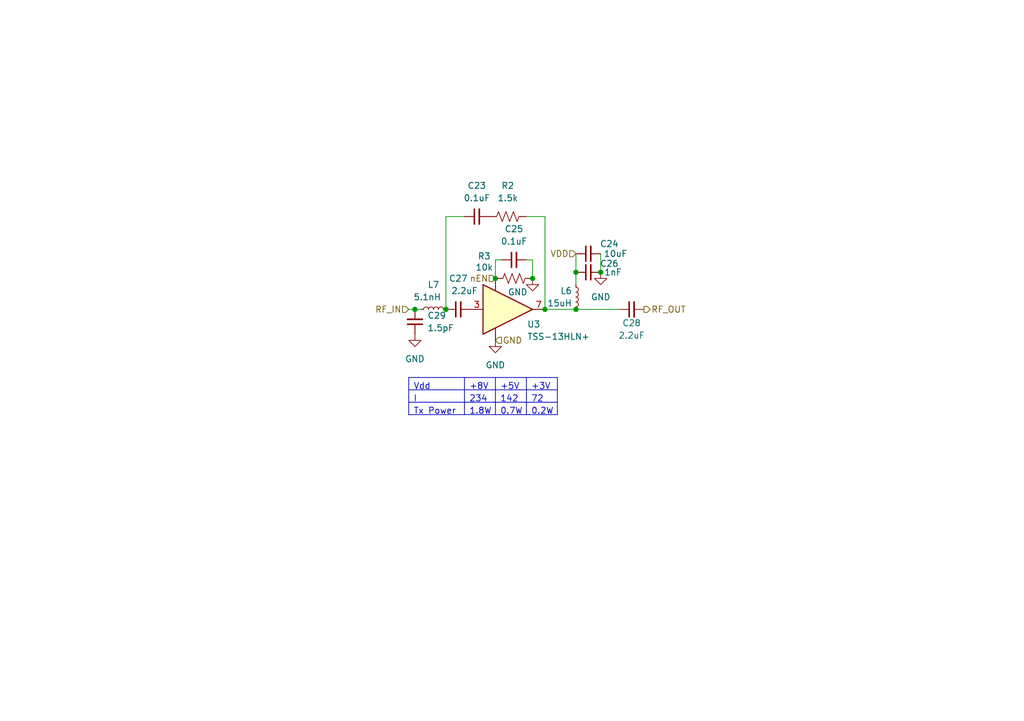
<source format=kicad_sch>
(kicad_sch (version 20250114) (generator "eeschema") (generator_version "9.0")
  (paper "A5")
  (title_block (title "Power Amplifier") (rev "A") (comment 1 "Julia Barbera") (comment 2 "50 Ohm") (comment 3 "1MHz to 1GHz") (comment 4 "IP3 +43dBm") (comment 5 "Power +28.7dBm") (comment 6 "Noise Figure 1.1dB"))
  (lib_symbols
    (symbol "Avionics_Symbols:TSS-13HLN+"
      (property "Reference" "U" (at 2.032 8.128 0))
      (property "Value" "TSS-13HLN+" (at -3.302 6.096 0))
      (symbol "TSS-13HLN+_0_0"
        (pin power_in line (at 1.27 -6.35 90) (length 2.54) (hide yes) (name "NC") (number "10"))
        (pin power_in line (at 1.27 -6.35 90) (length 2.54) (hide yes) (name "NC") (number "11"))
        (pin power_in line (at 1.27 -6.35 90) (length 2.54) (hide yes) (name "NC") (number "12"))
        (pin power_in line (at 1.27 -6.35 90) (length 2.54) (hide yes) (name "NC") (number "2"))
        (pin power_in line (at 1.27 -6.35 90) (length 2.54) (hide yes) (name "NC") (number "4"))
        (pin power_in line (at 1.27 -6.35 90) (length 2.54) (hide yes) (name "NC") (number "5"))
        (pin power_in line (at 1.27 -6.35 90) (length 2.54) (hide yes) (name "NC") (number "6"))
        (pin power_in line (at 1.27 -6.35 90) (length 2.54) (hide yes) (name "NC") (number "8"))
        (pin power_in line (at 1.27 -6.35 90) (length 2.54) (hide yes) (name "NC") (number "9"))
      )
      (symbol "TSS-13HLN+_0_1"
        (polyline (pts (xy 8.89 0) (xy -1.27 5.08) (xy -1.27 -5.08) (xy 8.89 0)) (stroke (width 0.254)) (fill (type background)))
      )
      (symbol "TSS-13HLN+_1_0"
        (pin input line (at -3.81 0 0) (length 2.54) (name "IN") (number "3"))
        (pin input line (at 1.27 6.35 270) (length 2.54) (name "VG") (number "1"))
        (pin power_in line (at 1.27 -6.35 90) (length 2.54) (name "GND") (number "PAD"))
        (pin output line (at 11.43 0 180) (length 2.54) (name "OUT") (number "7"))
      )
    )
    (symbol "Device:C_Small" (pin_numbers (hide yes)) (pin_names (offset 0.254) (hide yes))
      (property "Reference" "C" (at 0.254 1.778 0))
      (property "Value" "C_Small" (at 0.254 -2.032 0))
      (symbol "C_Small_0_1"
        (polyline (pts (xy -1.524 0.508) (xy 1.524 0.508)) (stroke (width 0.3048)))
        (polyline (pts (xy -1.524 -0.508) (xy 1.524 -0.508)) (stroke (width 0.3302)))
      )
      (symbol "C_Small_1_1"
        (pin passive line (at 0 2.54 270) (length 2.032) (name "~") (number "1"))
        (pin passive line (at 0 -2.54 90) (length 2.032) (name "~") (number "2"))
      )
    )
    (symbol "Device:L_Small" (pin_numbers (hide yes)) (pin_names (offset 0.254) (hide yes))
      (property "Reference" "L" (at 0.762 1.016 0))
      (property "Value" "L_Small" (at 0.762 -1.016 0))
      (symbol "L_Small_0_1"
        (arc (start 0 2.032) (mid 0.5058 1.524) (end 0 1.016))
        (arc (start 0 1.016) (mid 0.5058 0.508) (end 0 0))
        (arc (start 0 0) (mid 0.5058 -0.508) (end 0 -1.016))
        (arc (start 0 -1.016) (mid 0.5058 -1.524) (end 0 -2.032))
      )
      (symbol "L_Small_1_1"
        (pin passive line (at 0 2.54 270) (length 0.508) (name "~") (number "1"))
        (pin passive line (at 0 -2.54 90) (length 0.508) (name "~") (number "2"))
      )
    )
    (symbol "Device:R_US" (pin_numbers (hide yes)) (pin_names (offset 0))
      (property "Reference" "R" (at 2.54 0 90))
      (property "Value" "R_US" (at -2.54 0 90))
      (symbol "R_US_0_1"
        (polyline (pts (xy 0 2.286) (xy 0 2.54)))
        (polyline (pts (xy 0 2.286) (xy 1.016 1.905) (xy 0 1.524) (xy -1.016 1.143) (xy 0 0.762)))
        (polyline (pts (xy 0 0.762) (xy 1.016 0.381) (xy 0 0) (xy -1.016 -0.381) (xy 0 -0.762)))
        (polyline (pts (xy 0 -0.762) (xy 1.016 -1.143) (xy 0 -1.524) (xy -1.016 -1.905) (xy 0 -2.286)))
        (polyline (pts (xy 0 -2.286) (xy 0 -2.54)))
      )
      (symbol "R_US_1_1"
        (pin passive line (at 0 3.81 270) (length 1.27) (name "~") (number "1"))
        (pin passive line (at 0 -3.81 90) (length 1.27) (name "~") (number "2"))
      )
    )
    (symbol "power:GND" (power) (pin_numbers (hide yes)) (pin_names (offset 0) (hide yes))
      (property "Value" "GND" (at 0 -3.81 0))
      (symbol "GND_0_1"
        (polyline (pts (xy 0 0) (xy 0 -1.27) (xy 1.27 -1.27) (xy 0 -2.54) (xy -1.27 -1.27) (xy 0 -1.27)))
      )
      (symbol "GND_1_1"
        (pin power_in line (at 0 0 270) (length 0) (name "~") (number "1"))
      )
    )
  )
  (junction (at 85.09 63.5))
  (junction (at 111.76 63.5))
  (junction (at 91.44 63.5))
  (junction (at 101.6 57.15))
  (junction (at 118.11 55.88))
  (junction (at 123.19 55.88))
  (junction (at 118.11 63.5))
  (junction (at 109.22 57.15))
  (wire (pts (xy 91.44 44.45) (xy 91.44 63.5)))
  (wire (pts (xy 118.11 55.88) (xy 118.11 58.42)))
  (wire (pts (xy 111.76 44.45) (xy 111.76 63.5)))
  (wire (pts (xy 107.95 44.45) (xy 111.76 44.45)))
  (wire (pts (xy 83.82 63.5) (xy 85.09 63.5)))
  (wire (pts (xy 123.19 52.07) (xy 123.19 55.88)))
  (wire (pts (xy 95.25 44.45) (xy 91.44 44.45)))
  (wire (pts (xy 101.6 53.34) (xy 101.6 57.15)))
  (wire (pts (xy 118.11 63.5) (xy 111.76 63.5)))
  (wire (pts (xy 102.87 53.34) (xy 101.6 53.34)))
  (wire (pts (xy 85.09 63.5) (xy 86.36 63.5)))
  (wire (pts (xy 109.22 57.15) (xy 109.22 53.34)))
  (wire (pts (xy 109.22 53.34) (xy 107.95 53.34)))
  (wire (pts (xy 127 63.5) (xy 118.11 63.5)))
  (wire (pts (xy 118.11 52.07) (xy 118.11 55.88)))
  (table (column_count 4) (border (external yes) (header yes)) (separators (rows yes) (cols yes)) (column_widths 11.43 6.35 6.35 6.35) (row_heights 2.54 2.54 2.54) (cells (table_cell "Vdd" (at 83.82 77.47 0) (size 11.43 2.54) (margins 0.9525 0.9525 0.9525 0.9525) (span 1 1)) (table_cell "+8V" (at 95.25 77.47 0) (size 6.35 2.54) (margins 0.9525 0.9525 0.9525 0.9525) (span 1 1)) (table_cell "+5V" (at 101.6 77.47 0) (size 6.35 2.54) (margins 0.9525 0.9525 0.9525 0.9525) (span 1 1)) (table_cell "+3V" (at 107.95 77.47 0) (size 6.35 2.54) (margins 0.9525 0.9525 0.9525 0.9525) (span 1 1)) (table_cell "I" (at 83.82 80.01 0) (size 11.43 2.54) (margins 0.9525 0.9525 0.9525 0.9525) (span 1 1)) (table_cell "234" (at 95.25 80.01 0) (size 6.35 2.54) (margins 0.9525 0.9525 0.9525 0.9525) (span 1 1)) (table_cell "142" (at 101.6 80.01 0) (size 6.35 2.54) (margins 0.9525 0.9525 0.9525 0.9525) (span 1 1)) (table_cell "72" (at 107.95 80.01 0) (size 6.35 2.54) (margins 0.9525 0.9525 0.9525 0.9525) (span 1 1)) (table_cell "Tx Power" (at 83.82 82.55 0) (size 11.43 2.54) (margins 0.9525 0.9525 0.9525 0.9525) (span 1 1)) (table_cell "1.8W" (at 95.25 82.55 0) (size 6.35 2.54) (margins 0.9525 0.9525 0.9525 0.9525) (span 1 1)) (table_cell "0.7W" (at 101.6 82.55 0) (size 6.35 2.54) (margins 0.9525 0.9525 0.9525 0.9525) (span 1 1)) (table_cell "0.2W" (at 107.95 82.55 0) (size 6.35 2.54) (margins 0.9525 0.9525 0.9525 0.9525) (span 1 1))))
  (hierarchical_label "RF_IN" (shape input) (at 83.82 63.5 180))
  (hierarchical_label "VDD" (shape input) (at 118.11 52.07 180))
  (hierarchical_label "nEN" (shape input) (at 101.6 57.15 180))
  (hierarchical_label "RF_OUT" (shape output) (at 132.08 63.5 0))
  (hierarchical_label "GND" (shape input) (at 101.6 69.85 0))
  (symbol (lib_id "power:GND") (at 109.22 57.15 0) (unit 1)
    (property "Reference" "#PWR034" (effects (hide yes)))
    (property "Value" "GND" (at 106.172 59.944 0))
    (property "Description" "Power symbol creates a global label with name \"GND\" , ground" (effects (hide yes)))
  )
  (symbol (lib_id "Device:R_US") (at 105.41 57.15 90) (unit 1)
    (property "Reference" "R3" (at 99.314 52.578 90))
    (property "Value" "10k" (at 99.314 54.864 90))
    (property "Footprint" "Resistor_SMD:R_0201_0603Metric" (effects (hide yes)))
    (property "Description" "Resistor, US symbol" (effects (hide yes)))
  )
  (symbol (lib_id "Device:L_Small") (at 118.11 60.96 0) (unit 1)
    (property "Reference" "L6" (at 117.348 59.69 0) (effects (justify right)))
    (property "Value" "15uH" (at 117.348 62.23 0) (effects (justify right)))
    (property "Footprint" "Inductor_SMD:L_0805_2012Metric_Pad1.05x1.20mm_HandSolder" (effects (hide yes)))
    (property "Description" "LQH32DN150K53L" (effects (hide yes)))
    (property "Manufacturer" "Murata" (effects (hide yes)))
    (property "Part_Number" "LQH32DN150K53L" (effects (hide yes)))
  )
  (symbol (lib_id "Device:C_Small") (at 129.54 63.5 90) (unit 1)
    (property "Reference" "C28" (at 129.54 66.294 90))
    (property "Value" "2.2uF" (at 129.54 68.834 90))
    (property "Footprint" "Capacitor_SMD:C_0402_1005Metric" (effects (hide yes)))
    (property "Description" "Unpolarized capacitor, small symbol" (effects (hide yes)))
    (property "Manufacturer" "Murata" (effects (hide yes)))
    (property "Part_Number" "GRM188C71E225KE11D" (effects (hide yes)))
  )
  (symbol (lib_id "Device:C_Small") (at 120.65 52.07 90) (unit 1)
    (property "Reference" "C24" (at 124.968 50.038 90))
    (property "Value" "10uF" (at 126.238 52.07 90))
    (property "Footprint" "Capacitor_SMD:C_0402_1005Metric" (effects (hide yes)))
    (property "Description" "Unpolarized capacitor, small symbol" (effects (hide yes)))
    (property "Manufacturer" "Murata" (effects (hide yes)))
    (property "Part_Number" "GRM21BC71E106KE11L" (effects (hide yes)))
  )
  (symbol (lib_id "Device:C_Small") (at 93.98 63.5 90) (unit 1)
    (property "Reference" "C27" (at 93.9863 57.15 90))
    (property "Value" "2.2uF" (at 95.25 59.69 90))
    (property "Footprint" "Capacitor_SMD:C_0402_1005Metric" (effects (hide yes)))
    (property "Description" "Unpolarized capacitor, small symbol" (effects (hide yes)))
    (property "Manufacturer" "Murata" (effects (hide yes)))
    (property "Part_Number" "GRM188C71E225KE11D" (effects (hide yes)))
  )
  (symbol (lib_id "Device:C_Small") (at 85.09 66.04 180) (unit 1)
    (property "Reference" "C29" (at 87.63 64.7635 0) (effects (justify right)))
    (property "Value" "1.5pF" (at 87.63 67.3035 0) (effects (justify right)))
    (property "Footprint" "Capacitor_SMD:C_0201_0603Metric" (effects (hide yes)))
    (property "Description" "Unpolarized capacitor, small symbol" (effects (hide yes)))
    (property "Manufacturer" "Murata" (effects (hide yes)))
    (property "Part_Number" "GRM1555C1H1R5CA1D" (effects (hide yes)))
  )
  (symbol (lib_id "power:GND") (at 85.09 68.58 0) (unit 1)
    (property "Reference" "#PWR035" (effects (hide yes)))
    (property "Value" "GND" (at 85.09 73.66 0))
    (property "Description" "Power symbol creates a global label with name \"GND\" , ground" (effects (hide yes)))
  )
  (symbol (lib_id "Avionics_Symbols:TSS-13HLN+") (at 100.33 63.5 0) (unit 1)
    (property "Reference" "U3" (at 109.474 66.548 0))
    (property "Value" "TSS-13HLN+" (at 114.554 69.088 0))
    (property "Footprint" "Package_DFN_QFN:QFN-12-1EP_3x3mm_P0.5mm_EP1.45x1.45mm" (effects (hide yes)))
    (property "Datasheet" "https://www.minicircuits.com/pdfs/TSS-13HLN+.pdf" (effects (hide yes)))
  )
  (symbol (lib_id "Device:C_Small") (at 105.41 53.34 90) (unit 1)
    (property "Reference" "C25" (at 105.4163 46.99 90))
    (property "Value" "0.1uF" (at 105.4163 49.53 90))
    (property "Footprint" "Capacitor_SMD:C_0201_0603Metric" (effects (hide yes)))
    (property "Description" "Unpolarized capacitor, small symbol" (effects (hide yes)))
    (property "Manufacturer" "Murata" (effects (hide yes)))
    (property "Part_Number" "GRM155R71C104KA88D" (effects (hide yes)))
  )
  (symbol (lib_id "Device:L_Small") (at 88.9 63.5 90) (unit 1)
    (property "Reference" "L7" (at 88.9 58.42 90))
    (property "Value" "5.1nH" (at 87.63 60.96 90))
    (property "Footprint" "Inductor_SMD:L_0402_1005Metric" (effects (hide yes)))
    (property "Description" "0603CS-5N1XJL" (effects (hide yes)))
    (property "Manufacturer" "Coincraft" (effects (hide yes)))
    (property "Part_Number" "0603CS-5N1XJLU" (effects (hide yes)))
  )
  (symbol (lib_id "power:GND") (at 101.6 69.85 0) (unit 1)
    (property "Reference" "#PWR036" (effects (hide yes)))
    (property "Value" "GND" (at 101.6 74.93 0))
    (property "Description" "Power symbol creates a global label with name \"GND\" , ground" (effects (hide yes)))
  )
  (symbol (lib_id "power:GND") (at 123.19 55.88 0) (unit 1)
    (property "Reference" "#PWR033" (effects (hide yes)))
    (property "Value" "GND" (at 123.19 60.96 0))
    (property "Description" "Power symbol creates a global label with name \"GND\" , ground" (effects (hide yes)))
  )
  (symbol (lib_id "Device:C_Small") (at 120.65 55.88 90) (unit 1)
    (property "Reference" "C26" (at 124.968 54.102 90))
    (property "Value" "1nF" (at 125.73 55.88 90))
    (property "Footprint" "Capacitor_SMD:C_0201_0603Metric" (effects (hide yes)))
    (property "Description" "Unpolarized capacitor, small symbol" (effects (hide yes)))
  )
  (symbol (lib_id "Device:R_US") (at 104.14 44.45 90) (unit 1)
    (property "Reference" "R2" (at 104.14 38.1 90))
    (property "Value" "1.5k" (at 104.14 40.64 90))
    (property "Footprint" "Resistor_SMD:R_0201_0603Metric" (effects (hide yes)))
    (property "Description" "Resistor, US symbol" (effects (hide yes)))
  )
  (symbol (lib_id "Device:C_Small") (at 97.79 44.45 90) (unit 1)
    (property "Reference" "C23" (at 97.7963 38.1 90))
    (property "Value" "0.1uF" (at 97.7963 40.64 90))
    (property "Footprint" "Capacitor_SMD:C_0201_0603Metric" (effects (hide yes)))
    (property "Description" "Unpolarized capacitor, small symbol" (effects (hide yes)))
    (property "Manufacturer" "Murata" (effects (hide yes)))
    (property "Part_Number" "GRM155R71C104KA88D" (effects (hide yes)))
  )
)
</source>
